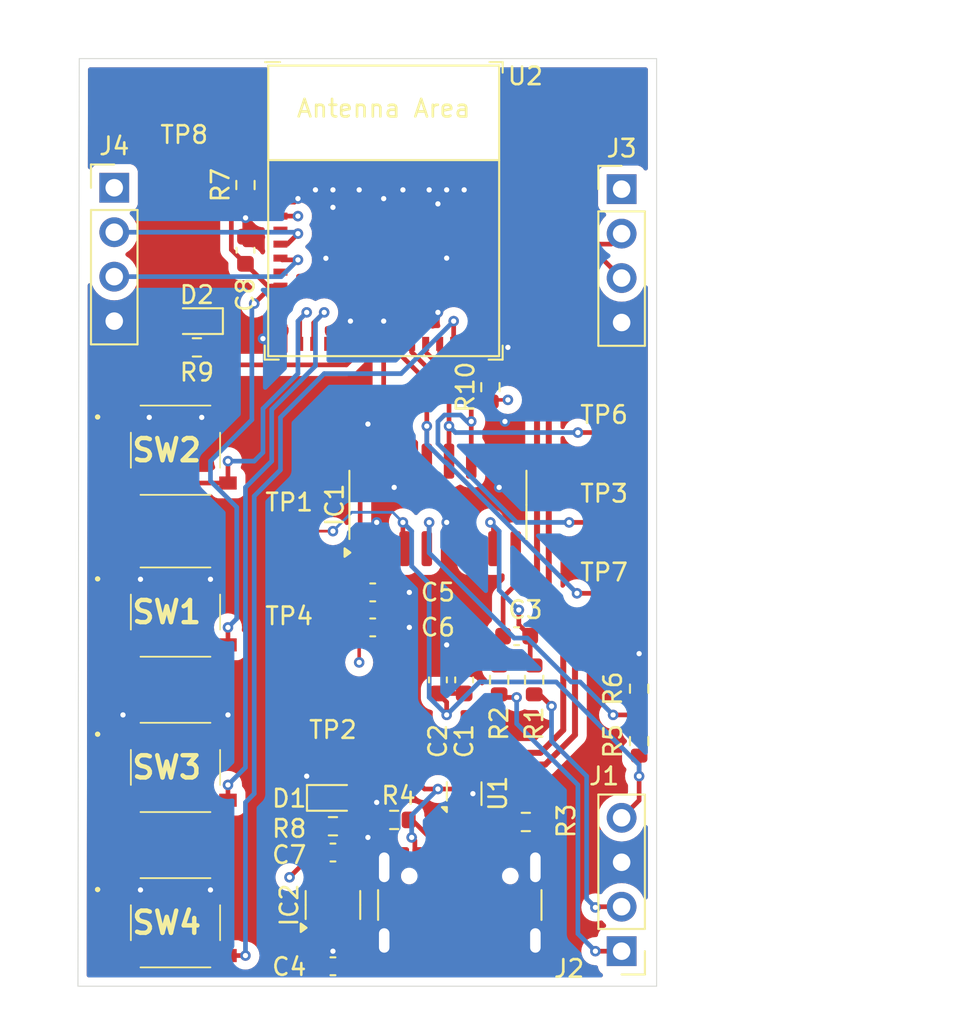
<source format=kicad_pcb>
(kicad_pcb (version 20240108) (generator "pcbnew") (generator_version "8.0")
  (layers (0 "F.Cu" signal) (1 "In1.Cu" signal) (2 "In2.Cu" signal) (31 "B.Cu" signal) (34 "B.Paste" user) (35 "F.Paste" user) (36 "B.SilkS" user "B.Silkscreen") (37 "F.SilkS" user "F.Silkscreen") (38 "B.Mask" user) (39 "F.Mask" user) (44 "Edge.Cuts" user))
  (net 0 "")
  (net 1 "GND")
  (net 2 "Net-(IC1-VRO{slash}VREF)")
  (net 3 "Net-(IC1-INPA)")
  (net 4 "Net-(IC1-INNA)")
  (net 5 "+3V3")
  (net 6 "Net-(SW1-B)")
  (net 7 "Net-(D1-A)")
  (net 8 "Net-(D2-A)")
  (net 9 "Net-(J1-Pin_1)")
  (net 10 "Net-(J1-Pin_2)")
  (net 12 "DIN+")
  (net 13 "DIN-")
  (net 15 "Net-(J3-Pin_3)")
  (net 16 "Net-(J3-Pin_2)")
  (net 17 "Net-(J4-Pin_2)")
  (net 18 "Net-(J4-Pin_3)")
  (net 19 "Net-(IC1-VFB)")
  (net 20 "Net-(U2-GPIO10)")
  (net 21 "Net-(U2-GPIO8)")
  (net 22 "PD_SCK")
  (net 23 "DOUT")
  (net 24 "S1")
  (net 25 "D+")
  (net 26 "D-")
  (net 27 "Net-(SW3-B)")
  (net 33 "Net-(SW2-B)")
  (net 35 "Net-(SW4-B)")
  (net 41 "S0")
  (net 46 "/VBUS")
  (net 47 "/PDNCC2")
  (net 48 "/PDNCC1")
  (footprint "custom_footprints:TestPoint_Pad_D1.5mm_nosilk" (layer "F.Cu") (at 136.5 111)
    (property "Reference" "TP4")
    (property "Value" "TestPoint")
  )
  (footprint "Resistor_SMD:R_0603_1608Metric" (layer "F.Cu") (at 148.5 113 90)
    (property "Reference" "R2")
    (property "Value" "51")
  )
  (footprint "Connector_PinHeader_2.54mm:PinHeader_1x04_P2.54mm_Vertical" (layer "F.Cu") (at 155.5 128.5 180)
    (property "Reference" "J1")
    (property "Value" "Conn_01x04_Socket")
  )
  (footprint "Resistor_SMD:R_0603_1608Metric" (layer "F.Cu") (at 139 121.3625)
    (property "Reference" "R8")
    (property "Value" "5k1")
  )
  (footprint "Capacitor_SMD:C_0603_1608Metric" (layer "F.Cu") (at 146.5 113 90)
    (property "Reference" "C1")
    (property "Value" "0.1uF")
  )
  (footprint "Footprints:TS1187ABAB" (layer "F.Cu") (at 130 126.875)
    (property "Reference" "SW4")
    (property "Value" "SW_SPST" (hide yes))
  )
  (footprint "Resistor_SMD:R_0603_1608Metric" (layer "F.Cu") (at 148 96.275 90)
    (property "Reference" "R10")
    (property "Value" "10k")
  )
  (footprint "Connector_PinHeader_2.54mm:PinHeader_1x04_P2.54mm_Vertical" (layer "F.Cu") (at 155.5 84.96)
    (property "Reference" "J3")
    (property "Value" "Conn_01x04_Socket")
  )
  (footprint "Footprints:TS1187ABAB" (layer "F.Cu") (at 130 109.125)
    (property "Reference" "SW1")
    (property "Value" "SW_SPST" (hide yes))
  )
  (footprint "Footprints:TS1187ABAB" (layer "F.Cu") (at 130 118)
    (property "Reference" "SW3")
    (property "Value" "SW_SPST" (hide yes))
  )
  (footprint "Connector_USB:USB_C_Receptacle_GCT_USB4105-xx-A_16P_TopMnt_Horizontal" (layer "F.Cu") (at 146.25 126.812481)
    (property "Reference" "J2")
    (property "Value" "USB_C_Receptacle_USB2.0_16P")
  )
  (footprint "Resistor_SMD:R_0603_1608Metric" (layer "F.Cu") (at 142.5 121 180)
    (property "Reference" "R4")
    (property "Value" "5k1")
  )
  (footprint "Resistor_SMD:R_0603_1608Metric" (layer "F.Cu") (at 131.225 94 180)
    (property "Reference" "R9")
    (property "Value" "5k1")
  )
  (footprint "Package_TO_SOT_SMD:TSOT-23-5" (layer "F.Cu") (at 139 125.8625 90)
    (property "Reference" "IC2")
    (property "Value" "RT9080-33GJ5")
  )
  (footprint "Capacitor_SMD:C_0603_1608Metric" (layer "F.Cu") (at 134 88.45 90)
    (property "Reference" "C8")
    (property "Value" "0.1uF")
  )
  (footprint "custom_footprints:TestPoint_Pad_D1.5mm_nosilk" (layer "F.Cu") (at 139 117.5)
    (property "Reference" "TP2")
    (property "Value" "TestPoint")
  )
  (footprint "Resistor_SMD:R_0603_1608Metric" (layer "F.Cu") (at 150.5 113 90)
    (property "Reference" "R1")
    (property "Value" "51")
  )
  (footprint "Capacitor_SMD:C_0603_1608Metric" (layer "F.Cu") (at 145 113 90)
    (property "Reference" "C2")
    (property "Value" "10uF")
  )
  (footprint "Footprints:TS1187ABAB" (layer "F.Cu") (at 130 99.875)
    (property "Reference" "SW2")
    (property "Value" "SW_SPST" (hide yes))
  )
  (footprint "Capacitor_SMD:C_0603_1608Metric" (layer "F.Cu") (at 149.5 110.5 180)
    (property "Reference" "C3")
    (property "Value" "0.1uF" (hide yes))
  )
  (footprint "LED_SMD:LED_0603_1608Metric" (layer "F.Cu") (at 139.001143 119.740936)
    (property "Reference" "D1")
    (property "Value" "LED")
  )
  (footprint "Capacitor_SMD:C_0603_1608Metric" (layer "F.Cu") (at 139 129.3625 180)
    (property "Reference" "C4")
    (property "Value" "10uF")
  )
  (footprint "Resistor_SMD:R_0603_1608Metric" (layer "F.Cu") (at 156.5 113.5 -90)
    (property "Reference" "R6")
    (property "Value" "27K")
  )
  (footprint "Capacitor_SMD:C_0603_1608Metric" (layer "F.Cu") (at 141.275 110)
    (property "Reference" "C6")
    (property "Value" "10uF")
  )
  (footprint "custom_footprints:TestPoint_Pad_D1.5mm_nosilk" (layer "F.Cu") (at 154.5 99.5)
    (property "Reference" "TP6")
    (property "Value" "TestPoint")
  )
  (footprint "Resistor_SMD:R_0603_1608Metric" (layer "F.Cu") (at 150.025 121.117518)
    (property "Reference" "R3")
    (property "Value" "5k1")
  )
  (footprint "Package_TO_SOT_SMD:SOT-666" (layer "F.Cu") (at 146.5 119.5 90)
    (property "Reference" "U1")
    (property "Value" "USBLC6-2P6")
  )
  (footprint "Connector_PinHeader_2.54mm:PinHeader_1x04_P2.54mm_Vertical" (layer "F.Cu") (at 126.5 84.88)
    (property "Reference" "J4")
    (property "Value" "Conn_01x04_Socket")
  )
  (footprint "LED_SMD:LED_0603_1608Metric" (layer "F.Cu") (at 131.225 92.5 180)
    (property "Reference" "D2")
    (property "Value" "LED")
  )
  (footprint "Resistor_SMD:R_0603_1608Metric" (layer "F.Cu") (at 134 84.725 90)
    (property "Reference" "R7")
    (property "Value" "10k")
  )
  (footprint "custom_footprints:TestPoint_Pad_D1.5mm_nosilk" (layer "F.Cu") (at 154.5 108.5)
    (property "Reference" "TP7")
    (property "Value" "TestPoint")
  )
  (footprint "PCM_Espressif:ESP32-C3-MINI-1" (layer "F.Cu") (at 141.9 86.2)
    (property "Reference" "U2")
    (property "Value" "ESP32-C3-MINI-1")
  )
  (footprint "custom_footprints:TestPoint_Pad_D1.5mm_nosilk" (layer "F.Cu") (at 130.5 83.5)
    (property "Reference" "TP8")
    (property "Value" "TestPoint")
  )
  (footprint "custom_footprints:TestPoint_Pad_D1.5mm_nosilk" (layer "F.Cu") (at 136.5 104.5)
    (property "Reference" "TP1")
    (property "Value" "TestPoint")
  )
  (footprint "Package_SO:SOP-16_3.9x9.9mm_P1.27mm" (layer "F.Cu") (at 145 103 90)
    (property "Reference" "IC1")
    (property "Value" "HX717")
  )
  (footprint "custom_footprints:TestPoint_Pad_D1.5mm_nosilk" (layer "F.Cu") (at 154.5 104)
    (property "Reference" "TP3")
    (property "Value" "TestPoint")
  )
  (footprint "Capacitor_SMD:C_0603_1608Metric" (layer "F.Cu") (at 141.275 108)
    (property "Reference" "C5")
    (property "Value" "0.1uF")
  )
  (footprint "Capacitor_SMD:C_0603_1608Metric" (layer "F.Cu") (at 139 122.8625)
    (property "Reference" "C7")
    (property "Value" "10uF")
  )
  (footprint "Resistor_SMD:R_0603_1608Metric" (layer "F.Cu") (at 156.5 116.5 -90)
    (property "Reference" "R5")
    (property "Value" "47K")
  )
  (gr_line (start 157.5 77.5) (end 157.5 130.5) (stroke (width 0.05)) (layer "Edge.Cuts"))
  (gr_line (start 124.425 130.5) (end 157.5 130.5) (stroke (width 0.05)) (layer "Edge.Cuts"))
  (gr_line (start 157.5 77.5) (end 124.5 77.5) (stroke (width 0.05)) (layer "Edge.Cuts"))
  (gr_line (start 124.5 77.5) (end 124.425 130.5) (stroke (width 0.05)) (layer "Edge.Cuts"))
  (segment (start 156.5 112.725) (end 156.5 111.5) (width 0.2) (layer "F.Cu") (net 1))
  (segment (start 139.925 86.925) (end 143.875 86.925) (width 0.2672) (layer "F.Cu") (net 1))
  (segment (start 136 85.7) (end 136.8 85.7) (width 0.2672) (layer "F.Cu") (net 1))
  (segment (start 148.831683 98.2328) (end 149.445 98.846117) (width 0.2672) (layer "F.Cu") (net 1))
  (segment (start 134 87.675) (end 134 86.603699) (width 0.2672) (layer "F.Cu") (net 1))
  (segment (start 143.095 100.5) (end 143.095 101.405) (width 0.2672) (layer "F.Cu") (net 1))
  (segment (start 143.875 88.9) (end 145.5 88.9) (width 0.2672) (layer "F.Cu") (net 1))
  (segment (start 141.725 121) (end 141.725 121.275) (width 0.1554) (layer "F.Cu") (net 1))
  (segment (start 139 86) (end 141.9 88.9) (width 0.2672) (layer "F.Cu") (net 1))
  (segment (start 141.825 104.325) (end 141.5 104) (width 0.2672) (layer "F.Cu") (net 1))
  (segment (start 134 86.603699) (end 134.005125 86.598574) (width 0.2672) (layer "F.Cu") (net 1))
  (segment (start 127 116.125) (end 127 115) (width 0.2) (layer "F.Cu") (net 1))
  (segment (start 133 107.25) (end 132 107.25) (width 0.2672) (layer "F.Cu") (net 1))
  (segment (start 146.5 112) (end 146.5 112.225) (width 0.2672) (layer "F.Cu") (net 1))
  (segment (start 141.93 127.887481) (end 141.93 128.07) (width 0.2672) (layer "F.Cu") (net 1))
  (segment (start 135 92.9) (end 132.4125 92.9) (width 0.2672) (layer "F.Cu") (net 1))
  (segment (start 138.7 93.6) (end 139.8 92.5) (width 0.1554) (layer "F.Cu") (net 1))
  (segment (start 142.505 123.132481) (end 141.93 123.707481) (width 0.1554) (layer "F.Cu") (net 1))
  (segment (start 131.5 98) (end 133 98) (width 0.1554) (layer "F.Cu") (net 1))
  (segment (start 145.5 85) (end 145.5 84.4) (width 0.1554) (layer "F.Cu") (net 1))
  (segment (start 149.995 123.132481) (end 150.57 123.707481) (width 0.2672) (layer "F.Cu") (net 1))
  (segment (start 145.635 105.5) (end 145.635 104.135) (width 0.2672) (layer "F.Cu") (net 1))
  (segment (start 139.925 90.875) (end 139.925 90.238124) (width 0.2672) (layer "F.Cu") (net 1))
  (segment (start 133 125) (end 132 125) (width 0.2672) (layer "F.Cu") (net 1))
  (segment (start 148.831683 98.2328) (end 148.175 98.889483) (width 0.2672) (layer "F.Cu") (net 1))
  (segment (start 135.95 93.85) (end 135.35 93.85) (width 0.2672) (layer "F.Cu") (net 1))
  (segment (start 141.9 85.5) (end 141.9 86.925) (width 0.2672) (layer "F.Cu") (net 1))
  (segment (start 141.93 127.57) (end 141.93 127.887481) (width 0.2672) (layer "F.Cu") (net 1))
  (segment (start 150.57 123.707481) (end 150.57 124.43) (width 0.2672) (layer "F.Cu") (net 1))
  (segment (start 128 107.25) (end 127 107.25) (width 0.1554) (layer "F.Cu") (net 1))
  (segment (start 141.93 123.707481) (end 141.93 124.57) (width 0.2) (layer "F.Cu") (net 1))
  (segment (start 150.57 123.707481) (end 150.792519 123.707481) (width 0.2672) (layer "F.Cu") (net 1))
  (segment (start 143.05 123.132481) (end 142.505 123.132481) (width 0.1554) (layer "F.Cu") (net 1))
  (segment (start 141.93 127.887481) (end 141.93 127.43) (width 0.2672) (layer "F.Cu") (net 1))
  (segment (start 145.5 111.725) (end 145 112.225) (width 0.2672) (layer "F.Cu") (net 1))
  (segment (start 144.5 84.2) (end 144.3 84) (width 0.1554) (layer "F.Cu") (net 1))
  (segment (start 141.9 88.9) (end 143.875 90.875) (width 0.2672) (layer "F.Cu") (net 1))
  (segment (start 139.925 86.925) (end 139.925 87.581816) (width 0.2672) (layer "F.Cu") (net 1))
  (segment (start 141.825 100.5) (end 141.825 101.325) (width 0.2672) (layer "F.Cu") (net 1))
  (segment (start 143.095 100.477222) (end 143.095 100.5) (width 0.2672) (layer "F.Cu") (net 1))
  (segment (start 146.5 85) (end 146.5 84.6) (width 0.1554) (layer "F.Cu") (net 1))
  (segment (start 138.7 93.8) (end 138.7 93.6) (width 0.1554) (layer "F.Cu") (net 1))
  (segment (start 145 85.8) (end 141.9 88.9) (width 0.2672) (layer "F.Cu") (net 1))
  (segment (start 141.725 121) (end 141.725 120.225) (width 0.1554) (layer "F.Cu") (net 1))
  (segment (start 139.775 122.8625) (end 140.1375 122.8625) (width 0.1554) (layer "F.Cu") (net 1))
  (segment (start 150.57 127.887481) (end 150.57 127.57) (width 0.2672) (layer "F.Cu") (net 1))
  (segment (start 139.925 92.425) (end 140 92.5) (width 0.2672) (layer "F.Cu") (net 1))
  (segment (start 135.95 93.85) (end 135.95 92.95) (width 0.2672) (layer "F.Cu") (net 1))
  (segment (start 138.596846 88.90997) (end 139.91503 88.90997) (width 0.2672) (layer "F.Cu") (net 1))
  (segment (start 140.5 85) (end 140.5 84.2) (width 0.1554) (layer "F.Cu") (net 1))
  (segment (start 133 116.125) (end 133 115) (width 0.2) (layer "F.Cu") (net 1))
  (segment (start 139.925 90.875) (end 141.9 88.9) (width 0.2672) (layer "F.Cu") (net 1))
  (segment (start 139 86) (end 139.925 86.925) (width 0.2672) (layer "F.Cu") (net 1))
  (segment (start 136 85.7) (end 136 84) (width 0.2672) (layer "F.Cu") (net 1))
  (segment (start 136.8 85.7) (end 137 85.5) (width 0.2672) (layer "F.Cu") (net 1))
  (segment (start 143.875 90.875) (end 145 92) (width 0.2672) (layer "F.Cu") (net 1))
  (segment (start 135.35 93.85) (end 135 93.5) (width 0.2672) (layer "F.Cu") (net 1))
  (segment (start 148.175 100.5) (end 148.175 101.675) (width 0.2672) (layer "F.Cu") (net 1))
  (segment (start 141.93 123.707481) (end 141.93 123.07) (width 0.2) (layer "F.Cu") (net 1))
  (segment (start 138.213643 119.740936) (end 138.213643 119.213643) (width 0.2672) (layer "F.Cu") (net 1))
  (segment (start 145.5 111) (end 146.5 112) (width 0.2672) (layer "F.Cu") (net 1))
  (segment (start 142.05 108) (end 143.3664 108) (width 0.2672) (layer "F.Cu") (net 1))
  (segment (start 150.57 123.707481) (end 150.57 124.57) (width 0.2672) (layer "F.Cu") (net 1))
  (segment (start 141 98.382222) (end 141.825 99.207222) (width 0.2672) (layer "F.Cu") (net 1))
  (segment (start 150.57 127.887481) (end 150.57 128.07) (width 0.2672) (layer "F.Cu") (net 1))
  (segment (start 150.57 123.707481) (end 150.57 123.07) (width 0.2672) (layer "F.Cu") (net 1))
  (segment (start 136 84) (end 135.95 83.95) (width 0.2672) (layer "F.Cu") (net 1))
  (segment (start 141.9 92.5) (end 141.9 88.9) (width 0.2672) (layer "F.Cu") (net 1))
  (segment (start 141.825 101.325) (end 142.5 102) (width 0.2672) (layer "F.Cu") (net 1))
  (segment (start 146.5 120) (end 147 119.5) (width 0.2) (layer "F.Cu") (net 1))
  (segment (start 141.9 86.925) (end 143.875 88.9) (width 0.2672) (layer "F.Cu") (net 1))
  (segment (start 149.445 101.055) (end 148.5 102) (width 0.2672) (layer "F.Cu") (net 1))
  (segment (start 138.213643 119.213643) (end 137.5 118.5) (width 0.2672) (layer "F.Cu") (net 1))
  (segment (start 149.45 123.132481) (end 149.995 123.132481) (width 0.2672) (layer "F.Cu") (net 1))
  (segment (start 148.175 101.675) (end 148.5 102) (width 0.2672) (layer "F.Cu") (net 1))
  (segment (start 150.8 123.477481) (end 150.57 123.707481) (width 0.2672) (layer "F.Cu") (net 1))
  (segment (start 135.95 92.95) (end 136 92.9) (width 0.2672) (layer "F.Cu") (net 1))
  (segment (start 141.9 90.875) (end 143.875 88.9) (width 0.2672) (layer "F.Cu") (net 1))
  (segment (start 127 125) (end 128 125) (width 0.2672) (layer "F.Cu") (net 1))
  (segment (start 138.606816 88.9) (end 141.9 88.9) (width 0.2672) (layer "F.Cu") (net 1))
  (segment (start 145.5 84.4) (end 145.1 84) (width 0.1554) (layer "F.Cu") (net 1))
  (segment (start 143 85) (end 143 84.3) (width 0.1554) (layer "F.Cu") (net 1))
  (segment (start 139.925 86.925) (end 139.925 90.875) (width 0.2672) (layer "F.Cu") (net 1))
  (segment (start 149.445 100.5) (end 149.445 101.055) (width 0.2672) (layer "F.Cu") (net 1))
  (segment (start 138.225 129.275) (end 139 128.5) (width 0.2672) (layer "F.Cu") (net 1))
  (segment (start 139.925 90.875) (end 143.875 90.875) (width 0.2672) (layer "F.Cu") (net 1))
  (segment (start 137.9 84) (end 137.9 84.9) (width 0.1554) (layer "F.Cu") (net 1))
  (segment (start 146.5 84.6) (end 145.9 84) (width 0.1554) (layer "F.Cu") (net 1))
  (segment (start 147.85 83.95) (end 135.95 83.95) (width 0.1554) (layer "F.Cu") (net 1))
  (segment (start 150.57 127.887481) (end 150.57 127.43) (width 0.2672) (layer "F.Cu") (net 1))
  (segment (start 141.9 85.5) (end 141.9 88.9) (width 0.2672) (layer "F.Cu") (net 1))
  (segment (start 139 127) (end 139 128.5) (width 0.2672) (layer "F.Cu") (net 1))
  (segment (start 136 92.9) (end 135 92.9) (width 0.2672) (layer "F.Cu") (net 1))
  (segment (start 150.8 121.117518) (end 150.8 123.477481) (width 0.2672) (layer "F.Cu") (net 1))
  (segment (start 141.725 123.502481) (end 141.93 123.707481) (width 0.2672) (layer "F.Cu") (net 1))
  (segment (start 144.5 85) (end 144.5 84.2) (width 0.1554) (layer "F.Cu") (net 1))
  (segment (start 148.175 98.889483) (end 148.175 100.5) (width 0.2672) (layer "F.Cu") (net 1))
  (segment (start 143 84.3) (end 142.7 84) (width 0.1554) (layer "F.Cu") (net 1))
  (segment (start 141.93 124.43) (end 141.93 123.707481) (width 0.2672) (layer "F.Cu") (net 1))
  (segment (start 140.1375 122.8625) (end 141 122) (width 0.1554) (layer "F.Cu") (net 1))
  (segment (start 138.225 129.3625) (end 138.225 129.275) (width 0.2672) (layer "F.Cu") (net 1))
  (segment (start 138.596846 88.90997) (end 138.606816 88.9) (width 0.2672) (layer "F.Cu") (net 1))
  (segment (start 146.5 120.425) (end 146.5 120) (width 0.2) (layer "F.Cu") (net 1))
  (segment (start 149.445 98.846117) (end 149.445 100.5) (width 0.2672) (layer "F.Cu") (net 1))
  (segment (start 137.9 84.9) (end 138 85) (width 0.1554) (layer "F.Cu") (net 1))
  (segment (start 128.5 98) (end 127 98) (width 0.1554) (layer "F.Cu") (net 1))
  (segment (start 135 92.9) (end 135 93.5) (width 0.2672) (layer "F.Cu") (net 1))
  (segment (start 149 94) (end 148 94) (width 0.2672) (layer "F.Cu") (net 1))
  (segment (start 139.8 92.5) (end 140 92.5) (width 0.1554) (layer "F.Cu") (net 1))
  (segment (start 141.725 120.225) (end 141.5 120) (width 0.1554) (layer "F.Cu") (net 1))
  (segment (start 139.925 90.875) (end 139.925 92.425) (width 0.2672) (layer "F.Cu") (net 1))
  (segment (start 145.5 111) (end 145.5 111.725) (width 0.2672) (layer "F.Cu") (net 1))
  (segment (start 132.4125 92.9) (end 132.0125 92.5) (width 0.2672) (layer "F.Cu") (net 1))
  (segment (start 142.05 110) (end 143.3664 110) (width 0.2672) (layer "F.Cu") (net 1))
  (segment (start 145.635 104.135) (end 145.5 104) (width 0.2672) (layer "F.Cu") (net 1))
  (segment (start 139.925 88.9) (end 141.9 90.875) (width 0.2672) (layer "F.Cu") (net 1))
  (segment (start 141 98.382222) (end 143.095 100.477222) (width 0.2672) (layer "F.Cu") (net 1))
  (segment (start 139.91503 88.90997) (end 141.9 86.925) (width 0.2672) (layer "F.Cu") (net 1))
  (segment (start 141.825 105.5) (end 141.825 104.325) (width 0.2672) (layer "F.Cu") (net 1))
  (segment (start 141.9 88.9) (end 143.875 88.9) (width 0.2672) (layer "F.Cu") (net 1))
  (segment (start 138.7 84) (end 138.7 84.7) (width 0.1554) (layer "F.Cu") (net 1))
  (segment (start 143.095 101.405) (end 142.5 102) (width 0.2672) (layer "F.Cu") (net 1))
  (segment (start 141.825 99.207222) (end 141.825 100.5) (width 0.2672) (layer "F.Cu") (net 1))
  (segment (start 140.5 84.2) (end 140.3 84) (width 0.1554) (layer "F.Cu") (net 1))
  (segment (start 143.875 86.925) (end 143.875 90.875) (width 0.2672) (layer "F.Cu") (net 1))
  (segment (start 141.9 92.5) (end 141.9 90.875) (width 0.2672) (layer "F.Cu") (net 1))
  (segment (start 138.7 84.7) (end 139 85) (width 0.1554) (layer "F.Cu") (net 1))
  (via (at 156.5 111.5) (size 0.6) (drill 0.3) (layers "F.Cu" "B.Cu") (net 1))
  (via (at 137 85.5) (size 0.6) (drill 0.3) (layers "F.Cu" "B.Cu") (net 1))
  (via (at 141 122) (size 0.6) (drill 0.3) (layers "F.Cu" "B.Cu") (net 1))
  (via (at 145.5 104) (size 0.6) (drill 0.3) (layers "F.Cu" "B.Cu") (net 1))
  (via (at 138 85) (size 0.6) (drill 0.3) (layers "F.Cu" "B.Cu") (net 1))
  (via (at 141.9 85.5) (size 0.6) (drill 0.3) (layers "F.Cu" "B.Cu") (net 1))
  (via (at 143.3664 110) (size 0.6) (drill 0.3) (layers "F.Cu" "B.Cu") (net 1))
  (via (at 140.5 85) (size 0.6) (drill 0.3) (layers "F.Cu" "B.Cu") (net 1))
  (via (at 128 125) (size 0.6) (drill 0.3) (layers "F.Cu" "B.Cu") (net 1))
  (via (at 127 115) (size 0.6) (drill 0.3) (layers "F.Cu" "B.Cu") (net 1))
  (via (at 145 85.8) (size 0.6) (drill 0.3) (layers "F.Cu" "B.Cu") (net 1))
  (via (at 135 93.5) (size 0.6) (drill 0.3) (layers "F.Cu" "B.Cu") (net 1))
  (via (at 148.5 102) (size 0.6) (drill 0.3) (layers "F.Cu" "B.Cu") (net 1))
  (via (at 142.5 102) (size 0.6) (drill 0.3) (layers "F.Cu" "B.Cu") (net 1))
  (via (at 132 125) (size 0.6) (drill 0.3) (layers "F.Cu" "B.Cu") (net 1))
  (via (at 145 92) (size 0.6) (drill 0.3) (layers "F.Cu" "B.Cu") (net 1))
  (via (at 146.5 85) (size 0.6) (drill 0.3) (layers "F.Cu" "B.Cu") (net 1))
  (via (at 143.3664 108) (size 0.6) (drill 0.3) (layers "F.Cu" "B.Cu") (net 1))
  (via (at 145.5 88.9) (size 0.6) (drill 0.3) (layers "F.Cu" "B.Cu") (net 1))
  (via (at 147 119.5) (size 0.6) (drill 0.3) (layers "F.Cu" "B.Cu") (net 1))
  (via (at 128.5 98) (size 0.6) (drill 0.3) (layers "F.Cu" "B.Cu") (net 1))
  (via (at 139 85) (size 0.6) (drill 0.3) (layers "F.Cu" "B.Cu") (net 1))
  (via (at 143 85) (size 0.6) (drill 0.3) (layers "F.Cu" "B.Cu") (net 1))
  (via (at 128 107.25) (size 0.6) (drill 0.3) (layers "F.Cu" "B.Cu") (net 1))
  (via (at 141.9 92.5) (size 0.6) (drill 0.3) (layers "F.Cu" "B.Cu") (net 1))
  (via (at 141.5 120) (size 0.6) (drill 0.3) (layers "F.Cu" "B.Cu") (net 1))
  (via (at 144.5 85) (size 0.6) (drill 0.3) (layers "F.Cu" "B.Cu") (net 1))
  (via (at 137.5 118.5) (size 0.6) (drill 0.3) (layers "F.Cu" "B.Cu") (net 1))
  (via (at 141 98.382222) (size 0.6) (drill 0.3) (layers "F.Cu" "B.Cu") (net 1))
  (via (at 141.5 104) (size 0.6) (drill 0.3) (layers "F.Cu" "B.Cu") (net 1))
  (via (at 131.5 98) (size 0.6) (drill 0.3) (layers "F.Cu" "B.Cu") (net 1))
  (via (at 139 128.5) (size 0.6) (drill 0.3) (layers "F.Cu" "B.Cu") (net 1))
  (via (at 133 115) (size 0.6) (drill 0.3) (layers "F.Cu" "B.Cu") (net 1))
  (via (at 145.5 85) (size 0.6) (drill 0.3) (layers "F.Cu" "B.Cu") (net 1))
  (via (at 139 86) (size 0.6) (drill 0.3) (layers "F.Cu" "B.Cu") (net 1))
  (via (at 145.5 111) (size 0.6) (drill 0.3) (layers "F.Cu" "B.Cu") (net 1))
  (via (at 132 107.25) (size 0.6) (drill 0.3) (layers "F.Cu" "B.Cu") (net 1))
  (via (at 134.005125 86.598574) (size 0.6) (drill 0.3) (layers "F.Cu" "B.Cu") (net 1))
  (via (at 148.831683 98.2328) (size 0.6) (drill 0.3) (layers "F.Cu" "B.Cu") (net 1))
  (via (at 140 92.5) (size 0.6) (drill 0.3) (layers "F.Cu" "B.Cu") (net 1))
  (via (at 138.596846 88.90997) (size 0.6) (drill 0.3) (layers "F.Cu" "B.Cu") (net 1))
  (via (at 149 94) (size 0.6) (drill 0.3) (layers "F.Cu" "B.Cu") (net 1))
  (segment (start 143 104) (end 143 105.405) (width 0.2672) (layer "F.Cu") (net 2))
  (segment (start 145.5 115) (end 145.5 114.275) (width 0.2672) (layer "F.Cu") (net 2))
  (segment (start 156.5 119.88) (end 155.5 120.88) (width 0.2672) (layer "F.Cu") (net 2))
  (segment (start 145.5 114.275) (end 145 113.775) (width 0.2672) (layer "F.Cu") (net 2))
  (segment (start 136.5 104.5) (end 139 104.5) (width 0.1554) (layer "F.Cu") (net 2))
  (segment (start 156.5 117.325) (end 156.5 118.5) (width 0.2672) (layer "F.Cu") (net 2))
  (segment (start 143 105.405) (end 143.095 105.5) (width 0.2672) (layer "F.Cu") (net 2))
  (segment (start 146.5 113.775) (end 145 113.775) (width 0.2672) (layer "F.Cu") (net 2))
  (segment (start 156.5 118.5) (end 156.5 119.88) (width 0.2672) (layer "F.Cu") (net 2))
  (via (at 145.5 115) (size 0.6) (drill 0.3) (layers "F.Cu" "B.Cu") (net 2))
  (via (at 156.5 118.5) (size 0.6) (drill 0.3) (layers "F.Cu" "B.Cu") (net 2))
  (via (at 139 104.5) (size 0.6) (drill 0.3) (layers "F.Cu" "B.Cu") (net 2))
  (via (at 143 104) (size 0.6) (drill 0.3) (layers "F.Cu" "B.Cu") (net 2))
  (segment (start 145.5 115) (end 144.5 114) (width 0.2672) (layer "B.Cu") (net 2))
  (segment (start 156.5 118.5) (end 156.5 117.853954) (width 0.2672) (layer "B.Cu") (net 2))
  (segment (start 140.0777 103.4223) (end 142.4223 103.4223) (width 0.1554) (layer "B.Cu") (net 2))
  (segment (start 144.5 114) (end 144.5 107.5) (width 0.2672) (layer "B.Cu") (net 2))
  (segment (start 147.3836 113.1164) (end 145.5 115) (width 0.2672) (layer "B.Cu") (net 2))
  (segment (start 144.5 107.5) (end 143.5 106.5) (width 0.2672) (layer "B.Cu") (net 2))
  (segment (start 142.4223 103.4223) (end 143 104) (width 0.1554) (layer "B.Cu") (net 2))
  (segment (start 151.762446 113.1164) (end 147.3836 113.1164) (width 0.2672) (layer "B.Cu") (net 2))
  (segment (start 156.5 117.853954) (end 151.762446 113.1164) (width 0.2672) (layer "B.Cu") (net 2))
  (segment (start 139 104.5) (end 140.0777 103.4223) (width 0.1554) (layer "B.Cu") (net 2))
  (segment (start 143.5 106.5) (end 143.5 104.5) (width 0.2672) (layer "B.Cu") (net 2))
  (segment (start 143.5 104.5) (end 143 104) (width 0.2672) (layer "B.Cu") (net 2))
  (segment (start 148.5 112.225) (end 148.5 110.725) (width 0.2672) (layer "F.Cu") (net 3))
  (segment (start 148.725 110.5) (end 148.725 108.275) (width 0.2672) (layer "F.Cu") (net 3))
  (segment (start 149.445 107.555) (end 149.445 105.5) (width 0.2672) (layer "F.Cu") (net 3))
  (segment (start 148.5 110.725) (end 148.725 110.5) (width 0.2672) (layer "F.Cu") (net 3))
  (segment (start 148.725 108.275) (end 149.445 107.555) (width 0.2672) (layer "F.Cu") (net 3))
  (segment (start 149.624927 109) (end 149.624927 109.849927) (width 0.2672) (layer "F.Cu") (net 4))
  (segment (start 148 104) (end 148.175 104.175) (width 0.2672) (layer "F.Cu") (net 4))
  (segment (start 150.275 112) (end 150.5 112.225) (width 0.2672) (layer "F.Cu") (net 4))
  (segment (start 148.175 104.175) (end 148.175 105.5) (width 0.2672) (layer "F.Cu") (net 4))
  (segment (start 149.624927 109.849927) (end 150.275 110.5) (width 0.2672) (layer "F.Cu") (net 4))
  (segment (start 150.275 110.5) (end 150.275 112) (width 0.2672) (layer "F.Cu") (net 4))
  (via (at 149.624927 109) (size 0.6) (drill 0.3) (layers "F.Cu" "B.Cu") (net 4))
  (via (at 148 104) (size 0.6) (drill 0.3) (layers "F.Cu" "B.Cu") (net 4))
  (segment (start 149.624927 109) (end 148.5 107.875073) (width 0.2672) (layer "B.Cu") (net 4))
  (segment (start 148.5 107.875073) (end 148.5 104.5) (width 0.2672) (layer "B.Cu") (net 4))
  (segment (start 148.5 104.5) (end 148 104) (width 0.2672) (layer "B.Cu") (net 4))
  (segment (start 149 97) (end 148.05 97) (width 0.2) (layer "F.Cu") (net 5))
  (segment (start 138.05 123.0375) (end 138.225 122.8625) (width 0.2672) (layer "F.Cu") (net 5))
  (segment (start 135 86.5) (end 134 85.5) (width 0.2672) (layer "F.Cu") (net 5))
  (segment (start 140.5 110.885) (end 140.555 110.83) (width 0.2) (layer "F.Cu") (net 5))
  (segment (start 140.5 105.555) (end 140.555 105.5) (width 0.2672) (layer "F.Cu") (net 5))
  (segment (start 140.17 110.83) (end 140 111) (width 0.2) (layer "F.Cu") (net 5))
  (segment (start 148.05 97) (end 148 97.05) (width 0.2) (layer "F.Cu") (net 5))
  (segment (start 138.445102 122.351958) (end 138.445102 121.3625) (width 0.2672) (layer "F.Cu") (net 5))
  (segment (start 140 111) (end 136.5 111) (width 0.2) (layer "F.Cu") (net 5))
  (segment (start 136.518727 124.278333) (end 138.445102 122.351958) (width 0.2672) (layer "F.Cu") (net 5))
  (segment (start 140.555 105.5) (end 140.555 100.5) (width 0.2672) (layer "F.Cu") (net 5))
  (segment (start 140.555 110.83) (end 140.555 105.5) (width 0.2) (layer "F.Cu") (net 5))
  (segment (start 138.05 124.725) (end 138.05 123.0375) (width 0.2672) (layer "F.Cu") (net 5))
  (segment (start 140.555 110.83) (end 140.17 110.83) (width 0.2) (layer "F.Cu") (net 5))
  (segment (start 140.5 112) (end 140.5 110.885) (width 0.2) (layer "F.Cu") (net 5))
  (segment (start 137 86.5) (end 135 86.5) (width 0.2672) (layer "F.Cu") (net 5))
  (via (at 136.518727 124.278333) (size 0.6) (drill 0.3) (layers "F.Cu" "B.Cu") (net 5))
  (via (at 137 86.5) (size 0.6) (drill 0.3) (layers "F.Cu" "B.Cu") (net 5))
  (via (at 140.5 112) (size 0.6) (drill 0.3) (layers "F.Cu" "B.Cu") (net 5))
  (via (at 149 97) (size 0.6) (drill 0.3) (layers "F.Cu" "B.Cu") (net 5))
  (segment (start 136 90.5) (end 135.5 90.5) (width 0.2672) (layer "F.Cu") (net 6))
  (segment (start 134.5 91.5) (end 135.5 90.5) (width 0.2672) (layer "F.Cu") (net 6))
  (segment (start 133 111) (end 133 110) (width 0.2672) (layer "F.Cu") (net 6))
  (segment (start 135.5 90.5) (end 135.275 90.5) (width 0.2672) (layer "F.Cu") (net 6))
  (segment (start 127 111) (end 133 111) (width 0.2672) (layer "F.Cu") (net 6))
  (segment (start 132.5 83.5) (end 132.95 83.95) (width 0.2672) (layer "F.Cu") (net 6))
  (segment (start 135.275 90.5) (end 134 89.225) (width 0.2672) (layer "F.Cu") (net 6))
  (segment (start 133.1914 84.7586) (end 134 83.95) (width 0.2672) (layer "F.Cu") (net 6))
  (segment (start 133.1914 88.4164) (end 133.1914 84.7586) (width 0.2672) (layer "F.Cu") (net 6))
  (segment (start 132.95 83.95) (end 134 83.95) (width 0.2672) (layer "F.Cu") (net 6))
  (segment (start 134 89.225) (end 133.1914 88.4164) (width 0.2672) (layer "F.Cu") (net 6))
  (segment (start 130.5 83.5) (end 132.5 83.5) (width 0.2672) (layer "F.Cu") (net 6))
  (via (at 133 110) (size 0.6) (drill 0.3) (layers "F.Cu" "B.Cu") (net 6))
  (via (at 134.5 91.5) (size 0.6) (drill 0.3) (layers "F.Cu" "B.Cu") (net 6))
  (segment (start 133.5 109.5) (end 133 110) (width 0.2672) (layer "B.Cu") (net 6))
  (segment (start 134.3664 91.6336) (end 134.3664 98.1336) (width 0.2672) (layer "B.Cu") (net 6))
  (segment (start 133.5 103.1336) (end 133.5 109.5) (width 0.2672) (layer "B.Cu") (net 6))
  (segment (start 134.3664 98.1336) (end 132 100.5) (width 0.2672) (layer "B.Cu") (net 6))
  (segment (start 132 100.5) (end 132 101.6336) (width 0.2672) (layer "B.Cu") (net 6))
  (segment (start 134.5 91.5) (end 134.3664 91.6336) (width 0.2672) (layer "B.Cu") (net 6))
  (segment (start 132 101.6336) (end 133.5 103.1336) (width 0.2672) (layer "B.Cu") (net 6))
  (segment (start 139.775 119.875) (end 139.7875 119.8625) (width 0.2672) (layer "F.Cu") (net 7))
  (segment (start 139.775 121.3625) (end 139.775 119.875) (width 0.2672) (layer "F.Cu") (net 7))
  (segment (start 130.45 94) (end 130.45 92.5125) (width 0.2672) (layer "F.Cu") (net 8))
  (segment (start 130.45 92.5125) (end 130.4375 92.5) (width 0.2672) (layer "F.Cu") (net 8))
  (segment (start 149.5 114) (end 148.725 114) (width 0.2672) (layer "F.Cu") (net 9))
  (segment (start 155.5 128.5) (end 154 128.5) (width 0.2672) (layer "F.Cu") (net 9))
  (segment (start 148.725 114) (end 148.5 113.775) (width 0.2672) (layer "F.Cu") (net 9))
  (via (at 149.5 114) (size 0.6) (drill 0.3) (layers "F.Cu" "B.Cu") (net 9))
  (via (at 154 128.5) (size 0.6) (drill 0.3) (layers "F.Cu" "B.Cu") (net 9))
  (segment (start 149.5 114) (end 149.5 115.5) (width 0.2672) (layer "B.Cu") (net 9))
  (segment (start 149.5 115.5) (end 153 119) (width 0.2672) (layer "B.Cu") (net 9))
  (segment (start 153 119) (end 153 127.5) (width 0.2672) (layer "B.Cu") (net 9))
  (segment (start 153 127.5) (end 154 128.5) (width 0.2672) (layer "B.Cu") (net 9))
  (segment (start 150.775 113.78135) (end 150.775 113.775) (width 0.2672) (layer "F.Cu") (net 10))
  (segment (start 154.04 125.96) (end 154 126) (width 0.2672) (layer "F.Cu") (net 10))
  (segment (start 151.49365 114.5) (end 150.775 113.78135) (width 0.2672) (layer "F.Cu") (net 10))
  (segment (start 155.5 125.96) (end 154.04 125.96) (width 0.2672) (layer "F.Cu") (net 10))
  (via (at 151.49365 114.5) (size 0.6) (drill 0.3) (layers "F.Cu" "B.Cu") (net 10))
  (via (at 154 126) (size 0.6) (drill 0.3) (layers "F.Cu" "B.Cu") (net 10))
  (segment (start 151.49365 116.49365) (end 153.5 118.5) (width 0.2672) (layer "B.Cu") (net 10))
  (segment (start 153.5 118.5) (end 153.5 125.5) (width 0.2672) (layer "B.Cu") (net 10))
  (segment (start 151.49365 114.5) (end 151.49365 116.49365) (width 0.2672) (layer "B.Cu") (net 10))
  (segment (start 153.5 125.5) (end 154 126) (width 0.2672) (layer "B.Cu") (net 10))
  (segment (start 146.253674 122.223881) (end 146 122.477555) (width 0.2672) (layer "F.Cu") (net 12))
  (segment (start 146.746326 122.223881) (end 146.5 122.223881) (width 0.2672) (layer "F.Cu") (net 12))
  (segment (start 147.0375 120.9625) (end 147.0375 120.35) (width 0.2672) (layer "F.Cu") (net 12))
  (segment (start 146.9277 120.4598) (end 147.0375 120.35) (width 0.1554) (layer "F.Cu") (net 12))
  (segment (start 146.5 121.5) (end 147.0375 120.9625) (width 0.2672) (layer "F.Cu") (net 12))
  (segment (start 147 122.477555) (end 146.746326 122.223881) (width 0.2672) (layer "F.Cu") (net 12))
  (segment (start 146 122.477555) (end 146 123.132481) (width 0.2672) (layer "F.Cu") (net 12))
  (segment (start 147.0375 120.35) (end 146.9836 120.4039) (width 0.2672) (layer "F.Cu") (net 12))
  (segment (start 146.5 122.223881) (end 146.5 121.5) (width 0.2672) (layer "F.Cu") (net 12))
  (segment (start 147 123.132481) (end 147 122.477555) (width 0.2672) (layer "F.Cu") (net 12))
  (segment (start 146.5 122.223881) (end 146.253674 122.223881) (width 0.2672) (layer "F.Cu") (net 12))
  (segment (start 145.5 120.8125) (end 145.9625 120.35) (width 0.2672) (layer "F.Cu") (net 13))
  (segment (start 145.5 123.787407) (end 145.753674 124.041081) (width 0.2672) (layer "F.Cu") (net 13))
  (segment (start 145.753674 124.041081) (end 146.246326 124.041081) (width 0.2672) (layer "F.Cu") (net 13))
  (segment (start 146.246326 124.041081) (end 146.5 123.787407) (width 0.2672) (layer "F.Cu") (net 13))
  (segment (start 145.5 123.132481) (end 145.5 120.8125) (width 0.2672) (layer "F.Cu") (net 13))
  (segment (start 146.5 123.787407) (end 146.5 123.132481) (width 0.2672) (layer "F.Cu") (net 13))
  (segment (start 145.5 123.132481) (end 145.5 123.787407) (width 0.2672) (layer "F.Cu") (net 13))
  (segment (start 154.36 88.9) (end 147.8 88.9) (width 0.2672) (layer "F.Cu") (net 15))
  (segment (start 155.5 90.04) (end 154.36 88.9) (width 0.2672) (layer "F.Cu") (net 15))
  (segment (start 147.8 88.1) (end 154.9 88.1) (width 0.2672) (layer "F.Cu") (net 16))
  (segment (start 154.9 88.1) (end 155.5 87.5) (width 0.2672) (layer "F.Cu") (net 16))
  (segment (start 136.4 88.1) (end 136 88.1) (width 0.2672) (layer "F.Cu") (net 17))
  (segment (start 137 87.5) (end 136.4 88.1) (width 0.2672) (layer "F.Cu") (net 17))
  (via (at 137 87.5) (size 0.6) (drill 0.3) (layers "F.Cu" "B.Cu") (net 17))
  (segment (start 136.92 87.42) (end 137 87.5) (width 0.2672) (layer "B.Cu") (net 17))
  (segment (start 126.5 87.42) (end 136.92 87.42) (width 0.2672) (layer "B.Cu") (net 17))
  (segment (start 137 89) (end 136.1 89) (width 0.2672) (layer "F.Cu") (net 18))
  (segment (start 136.1 89) (end 136 88.9) (width 0.2672) (layer "F.Cu") (net 18))
  (via (at 137 89) (size 0.6) (drill 0.3) (layers "F.Cu" "B.Cu") (net 18))
  (segment (start 136.04 89.96) (end 137 89) (width 0.2672) (layer "B.Cu") (net 18))
  (segment (start 126.5 89.96) (end 136.04 89.96) (width 0.2672) (layer "B.Cu") (net 18))
  (segment (start 156.5 115) (end 155.012446 115) (width 0.2672) (layer "F.Cu") (net 19))
  (segment (start 156.5 115.725) (end 156.5 115) (width 0.2672) (layer "F.Cu") (net 19))
  (segment (start 144.5 104) (end 144.5 105.365) (width 0.2672) (layer "F.Cu") (net 19))
  (segment (start 156.5 115) (end 156.5 114.275) (width 0.2672) (layer "F.Cu") (net 19))
  (segment (start 144.5 105.365) (end 144.365 105.5) (width 0.2672) (layer "F.Cu") (net 19))
  (via (at 144.5 104) (size 0.6) (drill 0.3) (layers "F.Cu" "B.Cu") (net 19))
  (via (at 155.012446 115) (size 0.6) (drill 0.3) (layers "F.Cu" "B.Cu") (net 19))
  (segment (start 155.012446 115) (end 153.128846 113.1164) (width 0.2672) (layer "B.Cu") (net 19))
  (segment (start 150.107002 110.607002) (end 149.362481 110.607002) (width 0.2672) (layer "B.Cu") (net 19))
  (segment (start 149.362481 110.607002) (end 144.5 105.744521) (width 0.2672) (layer "B.Cu") (net 19))
  (segment (start 144.5 105.744521) (end 144.5 104) (width 0.2672) (layer "B.Cu") (net 19))
  (segment (start 153.128846 113.1164) (end 152.6164 113.1164) (width 0.2672) (layer "B.Cu") (net 19))
  (segment (start 152.6164 113.1164) (end 150.107002 110.607002) (width 0.2672) (layer "B.Cu") (net 19))
  (segment (start 139.7672 95) (end 132.225 95) (width 0.2672) (layer "F.Cu") (net 20))
  (segment (start 140.3 93.8) (end 140.3 94.4672) (width 0.2672) (layer "F.Cu") (net 20))
  (segment (start 140.3 94.4672) (end 139.7672 95) (width 0.2672) (layer "F.Cu") (net 20))
  (segment (start 132.225 95) (end 132 94.775) (width 0.2672) (layer "F.Cu") (net 20))
  (segment (start 132 94.775) (end 132 94) (width 0.2672) (layer "F.Cu") (net 20))
  (segment (start 146.1328 95.5) (end 148 95.5) (width 0.2672) (layer "F.Cu") (net 21))
  (segment (start 145.1 93.8) (end 145.1 94.4672) (width 0.2672) (layer "F.Cu") (net 21))
  (segment (start 145.1 94.4672) (end 146.1328 95.5) (width 0.2672) (layer "F.Cu") (net 21))
  (segment (start 152.5 104) (end 154.5 104) (width 0.2672) (layer "F.Cu") (net 22))
  (segment (start 144.3 94.2672) (end 144.3 93.8) (width 0.2672) (layer "F.Cu") (net 22))
  (segment (start 146.905 96.8722) (end 144.3 94.2672) (width 0.2672) (layer "F.Cu") (net 22))
  (segment (start 146.905 100.5) (end 146.905 98.2328) (width 0.2672) (layer "F.Cu") (net 22))
  (segment (start 146.905 98.2328) (end 146.905 96.8722) (width 0.2672) (layer "F.Cu") (net 22))
  (via (at 152.5 104) (size 0.6) (drill 0.3) (layers "F.Cu" "B.Cu") (net 22))
  (via (at 146.905 98.2328) (size 0.6) (drill 0.3) (layers "F.Cu" "B.Cu") (net 22))
  (segment (start 146.905 98.2328) (end 146.6656 98.2328) (width 0.2672) (layer "B.Cu") (net 22))
  (segment (start 146.6656 98.2328) (end 146.2992 97.8664) (width 0.2672) (layer "B.Cu") (net 22))
  (segment (start 145.0014 99.5014) (end 149.5 104) (width 0.2672) (layer "B.Cu") (net 22))
  (segment (start 149.5 104) (end 152.5 104) (width 0.2672) (layer "B.Cu") (net 22))
  (segment (start 146.2992 97.8664) (end 145.372554 97.8664) (width 0.2672) (layer "B.Cu") (net 22))
  (segment (start 145.372554 97.8664) (end 145.0014 98.237554) (width 0.2672) (layer "B.Cu") (net 22))
  (segment (start 145.0014 98.237554) (end 145.0014 99.5014) (width 0.2672) (layer "B.Cu") (net 22))
  (segment (start 145.635 96.4022) (end 143.5 94.2672) (width 0.2672) (layer "F.Cu") (net 23))
  (segment (start 153.8664 98.8664) (end 154.5 99.5) (width 0.2672) (layer "F.Cu") (net 23))
  (segment (start 145.635 100.5) (end 145.635 96.4022) (width 0.2672) (layer "F.Cu") (net 23))
  (segment (start 143.5 94.2672) (end 143.5 93.8) (width 0.2672) (layer "F.Cu") (net 23))
  (segment (start 153 98.8664) (end 153.8664 98.8664) (width 0.2672) (layer "F.Cu") (net 23))
  (segment (start 145.635 98.5) (end 145.635 100.5) (width 0.2672) (layer "F.Cu") (net 23))
  (via (at 153 98.8664) (size 0.6) (drill 0.3) (layers "F.Cu" "B.Cu") (net 23))
  (via (at 145.635 98.5) (size 0.6) (drill 0.3) (layers "F.Cu" "B.Cu") (net 23))
  (segment (start 146.0014 98.8664) (end 153 98.8664) (width 0.2672) (layer "B.Cu") (net 23))
  (segment (start 145.635 98.5) (end 146.0014 98.8664) (width 0.2672) (layer "B.Cu") (net 23))
  (segment (start 144.365 98.5) (end 144.365 95.9322) (width 0.2672) (layer "F.Cu") (net 24))
  (segment (start 144.365 95.9322) (end 142.7 94.2672) (width 0.2672) (layer "F.Cu") (net 24))
  (segment (start 152.948023 108.051977) (end 154.051977 108.051977) (width 0.2672) (layer "F.Cu") (net 24))
  (segment (start 144.365 98.5) (end 144.365 100.5) (width 0.2672) (layer "F.Cu") (net 24))
  (segment (start 142.7 94.2672) (end 142.7 93.8) (width 0.2672) (layer "F.Cu") (net 24))
  (segment (start 154.051977 108.051977) (end 154.5 108.5) (width 0.2672) (layer "F.Cu") (net 24))
  (via (at 144.365 98.5) (size 0.6) (drill 0.3) (layers "F.Cu" "B.Cu") (net 24))
  (via (at 152.948023 108.051977) (size 0.6) (drill 0.3) (layers "F.Cu" "B.Cu") (net 24))
  (segment (start 145.406806 100.561929) (end 145.457975 100.561929) (width 0.2672) (layer "B.Cu") (net 24))
  (segment (start 144.365 98.5) (end 144.365 99.520123) (width 0.2672) (layer "B.Cu") (net 24))
  (segment (start 145.457975 100.561929) (end 152.948023 108.051977) (width 0.2672) (layer "B.Cu") (net 24))
  (segment (start 144.365 99.520123) (end 145.406806 100.561929) (width 0.2672) (layer "B.Cu") (net 24))
  (segment (start 151.138886 117.8353) (end 147.725572 117.8353) (width 0.3421) (layer "F.Cu") (net 25))
  (segment (start 152.8353 116.138886) (end 151.138886 117.8353) (width 0.3421) (layer "F.Cu") (net 25))
  (segment (start 149.838886 91.3647) (end 151.3353 92.861114) (width 0.3421) (layer "F.Cu") (net 25))
  (segment (start 147.8 91.3) (end 148.400001 91.3) (width 0.3421) (layer "F.Cu") (net 25))
  (segment (start 148.464701 91.3647) (end 149.838886 91.3647) (width 0.3421) (layer "F.Cu") (net 25))
  (segment (start 151.3353 92.861114) (end 151.3353 108.361114) (width 0.3421) (layer "F.Cu") (net 25))
  (segment (start 148.400001 91.3) (end 148.464701 91.3647) (width 0.3421) (layer "F.Cu") (net 25))
  (segment (start 147.725572 117.8353) (end 147.0375 118.523372) (width 0.3421) (layer "F.Cu") (net 25))
  (segment (start 152.8353 109.861114) (end 152.8353 116.138886) (width 0.3421) (layer "F.Cu") (net 25))
  (segment (start 151.3353 108.361114) (end 152.8353 109.861114) (width 0.3421) (layer "F.Cu") (net 25))
  (segment (start 147.0375 118.523372) (end 147.0375 118.65) (width 0.3421) (layer "F.Cu") (net 25))
  (segment (start 152.1647 115.861114) (end 150.861114 117.1647) (width 0.3421) (layer "F.Cu") (net 26))
  (segment (start 150.861114 117.1647) (end 147.4478 117.1647) (width 0.3421) (layer "F.Cu") (net 26))
  (segment (start 145.97895 118.138162) (end 145.97895 118.63355) (width 0.3421) (layer "F.Cu") (net 26))
  (segment (start 148.400001 92.1) (end 148.464701 92.0353) (width 0.3421) (layer "F.Cu") (net 26))
  (segment (start 146.238162 117.87895) (end 145.97895 118.138162) (width 0.3421) (layer "F.Cu") (net 26))
  (segment (start 146.73355 117.87895) (end 146.238162 117.87895) (width 0.3421) (layer "F.Cu") (net 26))
  (segment (start 145.97895 118.63355) (end 145.9625 118.65) (width 0.3421) (layer "F.Cu") (net 26))
  (segment (start 150.6647 93.138886) (end 150.6647 108.638886) (width 0.3421) (layer "F.Cu") (net 26))
  (segment (start 147.4478 117.1647) (end 146.73355 117.87895) (width 0.3421) (layer "F.Cu") (net 26))
  (segment (start 150.6647 108.638886) (end 152.1647 110.138886) (width 0.3421) (layer "F.Cu") (net 26))
  (segment (start 146.0164 118.5961) (end 145.9625 118.65) (width 0.2672) (layer "F.Cu") (net 26))
  (segment (start 149.561114 92.0353) (end 150.6647 93.138886) (width 0.3421) (layer "F.Cu") (net 26))
  (segment (start 152.1647 110.138886) (end 152.1647 115.861114) (width 0.3421) (layer "F.Cu") (net 26))
  (segment (start 147.8 92.1) (end 148.400001 92.1) (width 0.3421) (layer "F.Cu") (net 26))
  (segment (start 148.464701 92.0353) (end 149.561114 92.0353) (width 0.3421) (layer "F.Cu") (net 26))
  (segment (start 127 119.875) (end 133 119.875) (width 0.2672) (layer "F.Cu") (net 27))
  (segment (start 138.5 92) (end 137.9 92.6) (width 0.2672) (layer "F.Cu") (net 27))
  (segment (start 133 119.875) (end 133 119) (width 0.2672) (layer "F.Cu") (net 27))
  (segment (start 137.9 92.6) (end 137.9 93.8) (width 0.2672) (layer "F.Cu") (net 27))
  (via (at 133 119) (size 0.6) (drill 0.3) (layers "F.Cu" "B.Cu") (net 27))
  (via (at 138.5 92) (size 0.6) (drill 0.3) (layers "F.Cu" "B.Cu") (net 27))
  (segment (start 134 118) (end 134 102) (width 0.2672) (layer "B.Cu") (net 27))
  (segment (start 133 119) (end 134 118) (width 0.2672) (layer "B.Cu") (net 27))
  (segment (start 138 92.5) (end 138.5 92) (width 0.2672) (layer "B.Cu") (net 27))
  (segment (start 138 95.057482) (end 138 92.5) (width 0.2672) (layer "B.Cu") (net 27))
  (segment (start 135.5 100.5) (end 135.5 97.557482) (width 0.2672) (layer "B.Cu") (net 27))
  (segment (start 134 102) (end 135.5 100.5) (width 0.2672) (layer "B.Cu") (net 27))
  (segment (start 135.5 97.557482) (end 138 95.057482) (width 0.2672) (layer "B.Cu") (net 27))
  (segment (start 137.1 92.4) (end 137.1 93.8) (width 0.2672) (layer "F.Cu") (net 33))
  (segment (start 137.5 92) (end 137.1 92.4) (width 0.2672) (layer "F.Cu") (net 33))
  (segment (start 127 101.75) (end 133 101.75) (width 0.2672) (layer "F.Cu") (net 33))
  (segment (start 133 101.75) (end 133 100.5) (width 0.2672) (layer "F.Cu") (net 33))
  (via (at 133 100.5) (size 0.6) (drill 0.3) (layers "F.Cu" "B.Cu") (net 33))
  (via (at 137.5 92) (size 0.6) (drill 0.3) (layers "F.Cu" "B.Cu") (net 33))
  (segment (start 137 92.5) (end 137.5 92) (width 0.2672) (layer "B.Cu") (net 33))
  (segment (start 135 100) (end 135 97.5) (width 0.2672) (layer "B.Cu") (net 33))
  (segment (start 135 97.5) (end 137 95.5) (width 0.2672) (layer "B.Cu") (net 33))
  (segment (start 134.5 100.5) (end 135 100) (width 0.2672) (layer "B.Cu") (net 33))
  (segment (start 133 100.5) (end 134.5 100.5) (width 0.2672) (layer "B.Cu") (net 33))
  (segment (start 137 95.5) (end 137 92.5) (width 0.2672) (layer "B.Cu") (net 33))
  (segment (start 127 128.75) (end 134 128.75) (width 0.2672) (layer "F.Cu") (net 35))
  (segment (start 145.9 92.5) (end 145.9 93.8) (width 0.2672) (layer "F.Cu") (net 35))
  (via (at 145.9 92.5) (size 0.6) (drill 0.3) (layers "F.Cu" "B.Cu") (net 35))
  (via (at 134 128.75) (size 0.6) (drill 0.3) (layers "F.Cu" "B.Cu") (net 35))
  (segment (start 134.5 119.5) (end 134.5 102.5) (width 0.2672) (layer "B.Cu") (net 35))
  (segment (start 142.9 95.5) (end 145.9 92.5) (width 0.2672) (layer "B.Cu") (net 35))
  (segment (start 136 101) (end 136 98) (width 0.2672) (layer "B.Cu") (net 35))
  (segment (start 138.5 95.5) (end 142.9 95.5) (width 0.2672) (layer "B.Cu") (net 35))
  (segment (start 134 120) (end 134.5 119.5) (width 0.2672) (layer "B.Cu") (net 35))
  (segment (start 134.5 102.5) (end 136 101) (width 0.2672) (layer "B.Cu") (net 35))
  (segment (start 136 98) (end 138.5 95.5) (width 0.2672) (layer "B.Cu") (net 35))
  (segment (start 134 128.75) (end 134 120) (width 0.2672) (layer "B.Cu") (net 35))
  (segment (start 146.905 105.5) (end 147 105.5) (width 0.2672) (layer "F.Cu") (net 41))
  (segment (start 141.9 93.8) (end 141.9 97.616928) (width 0.2672) (layer "F.Cu") (net 41))
  (segment (start 141.9 97.616928) (end 143.7314 99.448328) (width 0.2672) (layer "F.Cu") (net 41))
  (segment (start 145.762446 103.3664) (end 146.905 104.508954) (width 0.2672) (layer "F.Cu") (net 41))
  (segment (start 145.5 103.3664) (end 145.762446 103.3664) (width 0.2672) (layer "F.Cu") (net 41))
  (segment (start 143.7314 99.448328) (end 143.7314 101.5978) (width 0.2672) (layer "F.Cu") (net 41))
  (segment (start 146.905 104.508954) (end 146.905 105.5) (width 0.2672) (layer "F.Cu") (net 41))
  (segment (start 143.7314 101.5978) (end 145.5 103.3664) (width 0.2672) (layer "F.Cu") (net 41))
  (segment (start 138.05 126.337501) (end 138.05 127) (width 0.2672) (layer "F.Cu") (net 46))
  (segment (start 145.3383 125) (end 145.5 125) (width 0.2672) (layer "F.Cu") (net 46))
  (segment (start 139.95 127) (end 139.95 126.55) (width 0.2672) (layer "F.Cu") (net 46))
  (segment (start 145.275447 125.062853) (end 145.3383 125) (width 0.2672) (layer "F.Cu") (net 46))
  (segment (start 143.6836 122.1836) (end 143.6836 123.471007) (width 0.2672) (layer "F.Cu") (net 46))
  (segment (start 140.95 126) (end 139.95 127) (width 0.2672) (layer "F.Cu") (net 46))
  (segment (start 146.5 118.575) (end 146.5 118.969462) (width 0.2672) (layer "F.Cu") (net 46))
  (segment (start 148.65 123.637407) (end 148.65 123.132481) (width 0.2672) (layer "F.Cu") (net 46))
  (segment (start 146.235862 119.2336) (end 145 119.2336) (width 0.2672) (layer "F.Cu") (net 46))
  (segment (start 147.287407 125) (end 148.65 123.637407) (width 0.2672) (layer "F.Cu") (net 46))
  (segment (start 139.95 129.1875) (end 139.775 129.3625) (width 0.2672) (layer "F.Cu") (net 46))
  (segment (start 146.5 118.969462) (end 146.235862 119.2336) (width 0.2672) (layer "F.Cu") (net 46))
  (segment (start 140 118.5) (end 139 117.5) (width 0.2672) (layer "F.Cu") (net 46))
  (segment (start 139.95 126.55) (end 139.4039 126.0039) (width 0.2672) (layer "F.Cu") (net 46))
  (segment (start 145.5 125) (end 144.5 126) (width 0.2672) (layer "F.Cu") (net 46))
  (segment (start 145 119.2336) (end 144.2336 119.2336) (width 0.2672) (layer "F.Cu") (net 46))
  (segment (start 144.2336 119.2336) (end 143.5 118.5) (width 0.2672) (layer "F.Cu") (net 46))
  (segment (start 138.383601 126.0039) (end 138.05 126.337501) (width 0.2672) (layer "F.Cu") (net 46))
  (segment (start 143.6836 123.471007) (end 145.275447 125.062853) (width 0.2672) (layer "F.Cu") (net 46))
  (segment (start 144.5 126) (end 140.95 126) (width 0.2672) (layer "F.Cu") (net 46))
  (segment (start 143.5 122) (end 143.6836 122.1836) (width 0.2672) (layer "F.Cu") (net 46))
  (segment (start 145.5 125) (end 147.287407 125) (width 0.2672) (layer "F.Cu") (net 46))
  (segment (start 143.5 118.5) (end 140 118.5) (width 0.2672) (layer "F.Cu") (net 46))
  (segment (start 139.4039 126.0039) (end 138.383601 126.0039) (width 0.2672) (layer "F.Cu") (net 46))
  (segment (start 139.95 127) (end 139.95 129.1875) (width 0.2672) (layer "F.Cu") (net 46))
  (via (at 145 119.2336) (size 0.6) (drill 0.3) (layers "F.Cu" "B.Cu") (net 46))
  (via (at 143.5 122) (size 0.6) (drill 0.3) (layers "F.Cu" "B.Cu") (net 46))
  (segment (start 143.5 122) (end 143.5 120.7336) (width 0.2672) (layer "B.Cu") (net 46))
  (segment (start 143.5 120.7336) (end 145 119.2336) (width 0.2672) (layer "B.Cu") (net 46))
  (segment (start 148 123.132481) (end 148 122.367518) (width 0.2672) (layer "F.Cu") (net 47))
  (segment (start 148 122.367518) (end 149.25 121.117518) (width 0.2672) (layer "F.Cu") (net 47))
  (segment (start 145 123.132481) (end 145 122.477555) (width 0.2672) (layer "F.Cu") (net 48))
  (segment (start 143.522445 121) (end 143.275 121) (width 0.2672) (layer "F.Cu") (net 48))
  (segment (start 145 122.477555) (end 143.522445 121) (width 0.2672) (layer "F.Cu") (net 48))
  (zone (net 1) (net_name "GND") (layers "F.Cu" "In1.Cu" "In2.Cu" "B.Cu") (connect_pads yes (clearance 0.5)) (min_thickness 0.25) (fill yes (thermal_gap 0.5) (thermal_bridge_width 0.5))
    (polygon (pts (xy 124.5 77.5) (xy 157.5 77.5) (xy 157.5 130.5) (xy 124.5 130.5)))
  )
)
</source>
